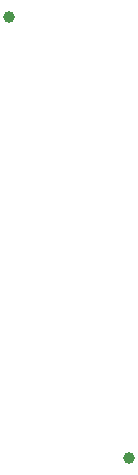
<source format=gbr>
G04*
G04 #@! TF.GenerationSoftware,Altium Limited,Altium Designer,24.5.2 (23)*
G04*
G04 Layer_Color=128*
%FSLAX25Y25*%
%MOIN*%
G70*
G04*
G04 #@! TF.SameCoordinates,31991F0E-98CA-4A4E-B794-B5AF52ABA4E1*
G04*
G04*
G04 #@! TF.FilePolarity,Positive*
G04*
G01*
G75*
%ADD25C,0.03937*%
D25*
X87126Y34087D02*
D03*
X47226Y181000D02*
D03*
M02*

</source>
